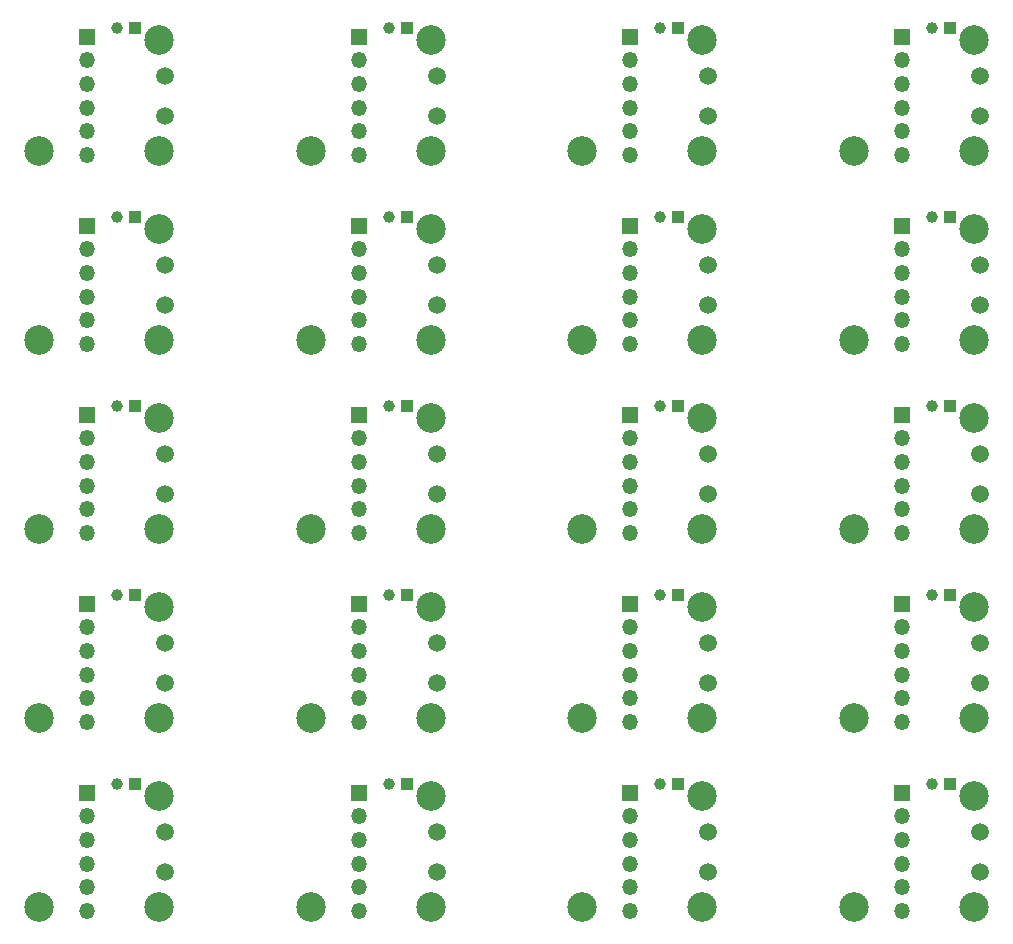
<source format=gbs>
G04 #@! TF.GenerationSoftware,KiCad,Pcbnew,(5.1.8)-1*
G04 #@! TF.CreationDate,2021-11-13T10:16:22+08:00*
G04 #@! TF.ProjectId,haptic-cloth-panelized-small,68617074-6963-42d6-936c-6f74682d7061,rev?*
G04 #@! TF.SameCoordinates,Original*
G04 #@! TF.FileFunction,Soldermask,Bot*
G04 #@! TF.FilePolarity,Negative*
%FSLAX46Y46*%
G04 Gerber Fmt 4.6, Leading zero omitted, Abs format (unit mm)*
G04 Created by KiCad (PCBNEW (5.1.8)-1) date 2021-11-13 10:16:22*
%MOMM*%
%LPD*%
G01*
G04 APERTURE LIST*
%ADD10C,1.500000*%
%ADD11C,2.500000*%
%ADD12R,1.000000X1.000000*%
%ADD13C,1.000000*%
%ADD14O,1.350000X1.350000*%
%ADD15R,1.350000X1.350000*%
G04 APERTURE END LIST*
D10*
X137604028Y-119476037D03*
X137604028Y-122876037D03*
D11*
X126936028Y-125826037D03*
X137096028Y-116428037D03*
X137096028Y-125826037D03*
D12*
X135064028Y-115412037D03*
D13*
X133540028Y-115412037D03*
D14*
X131000028Y-126174037D03*
X131000028Y-124174037D03*
X131000028Y-122174037D03*
X131000028Y-120174037D03*
X131000028Y-118174037D03*
D15*
X131000028Y-116174037D03*
D10*
X114604019Y-119476037D03*
X114604019Y-122876037D03*
D11*
X103936019Y-125826037D03*
X114096019Y-116428037D03*
X114096019Y-125826037D03*
D12*
X112064019Y-115412037D03*
D13*
X110540019Y-115412037D03*
D14*
X108000019Y-126174037D03*
X108000019Y-124174037D03*
X108000019Y-122174037D03*
X108000019Y-120174037D03*
X108000019Y-118174037D03*
D15*
X108000019Y-116174037D03*
D10*
X91604010Y-119476037D03*
X91604010Y-122876037D03*
D11*
X80936010Y-125826037D03*
X91096010Y-116428037D03*
X91096010Y-125826037D03*
D12*
X89064010Y-115412037D03*
D13*
X87540010Y-115412037D03*
D14*
X85000010Y-126174037D03*
X85000010Y-124174037D03*
X85000010Y-122174037D03*
X85000010Y-120174037D03*
X85000010Y-118174037D03*
D15*
X85000010Y-116174037D03*
D10*
X68604001Y-119476037D03*
X68604001Y-122876037D03*
D11*
X57936001Y-125826037D03*
X68096001Y-116428037D03*
X68096001Y-125826037D03*
D12*
X66064001Y-115412037D03*
D13*
X64540001Y-115412037D03*
D14*
X62000001Y-126174037D03*
X62000001Y-124174037D03*
X62000001Y-122174037D03*
X62000001Y-120174037D03*
X62000001Y-118174037D03*
D15*
X62000001Y-116174037D03*
D10*
X137604028Y-103476028D03*
X137604028Y-106876028D03*
D11*
X126936028Y-109826028D03*
X137096028Y-100428028D03*
X137096028Y-109826028D03*
D12*
X135064028Y-99412028D03*
D13*
X133540028Y-99412028D03*
D14*
X131000028Y-110174028D03*
X131000028Y-108174028D03*
X131000028Y-106174028D03*
X131000028Y-104174028D03*
X131000028Y-102174028D03*
D15*
X131000028Y-100174028D03*
D10*
X114604019Y-103476028D03*
X114604019Y-106876028D03*
D11*
X103936019Y-109826028D03*
X114096019Y-100428028D03*
X114096019Y-109826028D03*
D12*
X112064019Y-99412028D03*
D13*
X110540019Y-99412028D03*
D14*
X108000019Y-110174028D03*
X108000019Y-108174028D03*
X108000019Y-106174028D03*
X108000019Y-104174028D03*
X108000019Y-102174028D03*
D15*
X108000019Y-100174028D03*
D10*
X91604010Y-103476028D03*
X91604010Y-106876028D03*
D11*
X80936010Y-109826028D03*
X91096010Y-100428028D03*
X91096010Y-109826028D03*
D12*
X89064010Y-99412028D03*
D13*
X87540010Y-99412028D03*
D14*
X85000010Y-110174028D03*
X85000010Y-108174028D03*
X85000010Y-106174028D03*
X85000010Y-104174028D03*
X85000010Y-102174028D03*
D15*
X85000010Y-100174028D03*
D10*
X68604001Y-103476028D03*
X68604001Y-106876028D03*
D11*
X57936001Y-109826028D03*
X68096001Y-100428028D03*
X68096001Y-109826028D03*
D12*
X66064001Y-99412028D03*
D13*
X64540001Y-99412028D03*
D14*
X62000001Y-110174028D03*
X62000001Y-108174028D03*
X62000001Y-106174028D03*
X62000001Y-104174028D03*
X62000001Y-102174028D03*
D15*
X62000001Y-100174028D03*
D10*
X137604028Y-87476019D03*
X137604028Y-90876019D03*
D11*
X126936028Y-93826019D03*
X137096028Y-84428019D03*
X137096028Y-93826019D03*
D12*
X135064028Y-83412019D03*
D13*
X133540028Y-83412019D03*
D14*
X131000028Y-94174019D03*
X131000028Y-92174019D03*
X131000028Y-90174019D03*
X131000028Y-88174019D03*
X131000028Y-86174019D03*
D15*
X131000028Y-84174019D03*
D10*
X114604019Y-87476019D03*
X114604019Y-90876019D03*
D11*
X103936019Y-93826019D03*
X114096019Y-84428019D03*
X114096019Y-93826019D03*
D12*
X112064019Y-83412019D03*
D13*
X110540019Y-83412019D03*
D14*
X108000019Y-94174019D03*
X108000019Y-92174019D03*
X108000019Y-90174019D03*
X108000019Y-88174019D03*
X108000019Y-86174019D03*
D15*
X108000019Y-84174019D03*
D10*
X91604010Y-87476019D03*
X91604010Y-90876019D03*
D11*
X80936010Y-93826019D03*
X91096010Y-84428019D03*
X91096010Y-93826019D03*
D12*
X89064010Y-83412019D03*
D13*
X87540010Y-83412019D03*
D14*
X85000010Y-94174019D03*
X85000010Y-92174019D03*
X85000010Y-90174019D03*
X85000010Y-88174019D03*
X85000010Y-86174019D03*
D15*
X85000010Y-84174019D03*
D10*
X68604001Y-87476019D03*
X68604001Y-90876019D03*
D11*
X57936001Y-93826019D03*
X68096001Y-84428019D03*
X68096001Y-93826019D03*
D12*
X66064001Y-83412019D03*
D13*
X64540001Y-83412019D03*
D14*
X62000001Y-94174019D03*
X62000001Y-92174019D03*
X62000001Y-90174019D03*
X62000001Y-88174019D03*
X62000001Y-86174019D03*
D15*
X62000001Y-84174019D03*
D10*
X137604028Y-71476010D03*
X137604028Y-74876010D03*
D11*
X126936028Y-77826010D03*
X137096028Y-68428010D03*
X137096028Y-77826010D03*
D12*
X135064028Y-67412010D03*
D13*
X133540028Y-67412010D03*
D14*
X131000028Y-78174010D03*
X131000028Y-76174010D03*
X131000028Y-74174010D03*
X131000028Y-72174010D03*
X131000028Y-70174010D03*
D15*
X131000028Y-68174010D03*
D10*
X114604019Y-71476010D03*
X114604019Y-74876010D03*
D11*
X103936019Y-77826010D03*
X114096019Y-68428010D03*
X114096019Y-77826010D03*
D12*
X112064019Y-67412010D03*
D13*
X110540019Y-67412010D03*
D14*
X108000019Y-78174010D03*
X108000019Y-76174010D03*
X108000019Y-74174010D03*
X108000019Y-72174010D03*
X108000019Y-70174010D03*
D15*
X108000019Y-68174010D03*
D10*
X91604010Y-71476010D03*
X91604010Y-74876010D03*
D11*
X80936010Y-77826010D03*
X91096010Y-68428010D03*
X91096010Y-77826010D03*
D12*
X89064010Y-67412010D03*
D13*
X87540010Y-67412010D03*
D14*
X85000010Y-78174010D03*
X85000010Y-76174010D03*
X85000010Y-74174010D03*
X85000010Y-72174010D03*
X85000010Y-70174010D03*
D15*
X85000010Y-68174010D03*
D10*
X68604001Y-71476010D03*
X68604001Y-74876010D03*
D11*
X57936001Y-77826010D03*
X68096001Y-68428010D03*
X68096001Y-77826010D03*
D12*
X66064001Y-67412010D03*
D13*
X64540001Y-67412010D03*
D14*
X62000001Y-78174010D03*
X62000001Y-76174010D03*
X62000001Y-74174010D03*
X62000001Y-72174010D03*
X62000001Y-70174010D03*
D15*
X62000001Y-68174010D03*
D10*
X137604028Y-55476001D03*
X137604028Y-58876001D03*
D11*
X126936028Y-61826001D03*
X137096028Y-52428001D03*
X137096028Y-61826001D03*
D12*
X135064028Y-51412001D03*
D13*
X133540028Y-51412001D03*
D14*
X131000028Y-62174001D03*
X131000028Y-60174001D03*
X131000028Y-58174001D03*
X131000028Y-56174001D03*
X131000028Y-54174001D03*
D15*
X131000028Y-52174001D03*
D10*
X114604019Y-55476001D03*
X114604019Y-58876001D03*
D11*
X103936019Y-61826001D03*
X114096019Y-52428001D03*
X114096019Y-61826001D03*
D12*
X112064019Y-51412001D03*
D13*
X110540019Y-51412001D03*
D14*
X108000019Y-62174001D03*
X108000019Y-60174001D03*
X108000019Y-58174001D03*
X108000019Y-56174001D03*
X108000019Y-54174001D03*
D15*
X108000019Y-52174001D03*
D10*
X91604010Y-55476001D03*
X91604010Y-58876001D03*
D11*
X80936010Y-61826001D03*
X91096010Y-52428001D03*
X91096010Y-61826001D03*
D12*
X89064010Y-51412001D03*
D13*
X87540010Y-51412001D03*
D14*
X85000010Y-62174001D03*
X85000010Y-60174001D03*
X85000010Y-58174001D03*
X85000010Y-56174001D03*
X85000010Y-54174001D03*
D15*
X85000010Y-52174001D03*
D10*
X68604001Y-55476001D03*
X68604001Y-58876001D03*
D11*
X57936001Y-61826001D03*
X68096001Y-52428001D03*
X68096001Y-61826001D03*
D12*
X66064001Y-51412001D03*
D13*
X64540001Y-51412001D03*
D14*
X62000001Y-62174001D03*
X62000001Y-60174001D03*
X62000001Y-58174001D03*
X62000001Y-56174001D03*
X62000001Y-54174001D03*
D15*
X62000001Y-52174001D03*
M02*

</source>
